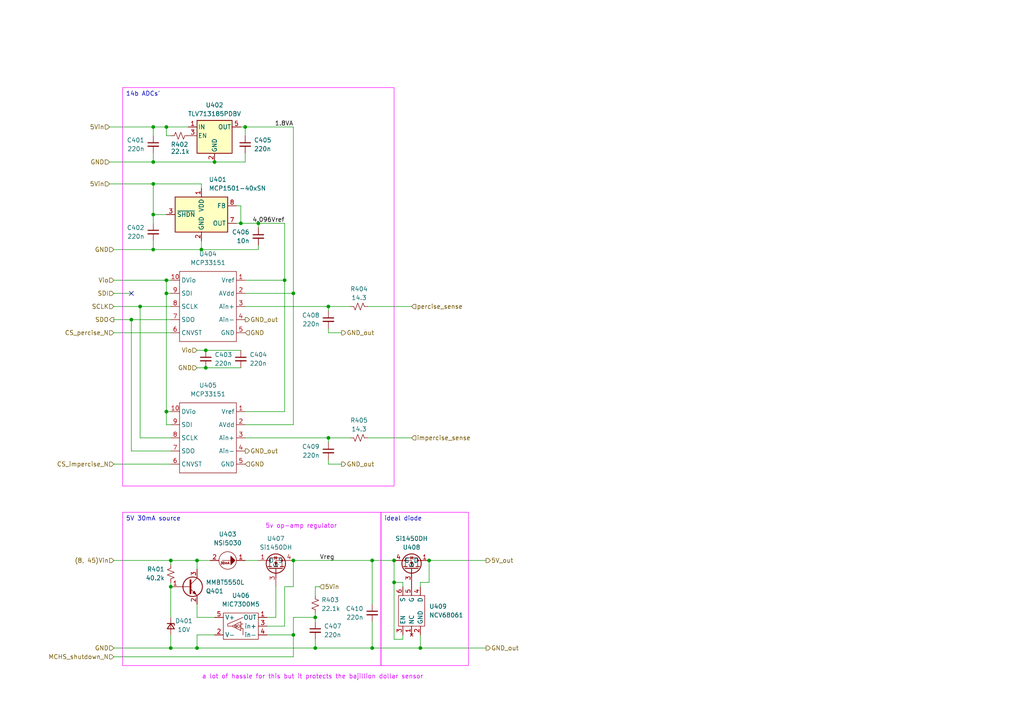
<source format=kicad_sch>
(kicad_sch (version 20250114) (generator "eeschema") (generator_version "9.0")
  (paper "A4")
  (title_block (title "BeeMS Master Board (A)") (rev "1.1") (company "UTA Racing") (comment 1 "Files at github.com/Gregification/BeeMS"))
  (lib_symbols
    (symbol "Device:C_Small" (pin_numbers (hide yes)) (pin_names (offset 0.254) (hide yes))
      (property "Reference" "C" (at 0.254 1.778 0))
      (property "Value" "C_Small" (at 0.254 -2.032 0))
      (symbol "C_Small_0_1"
        (polyline (pts (xy -1.524 0.508) (xy 1.524 0.508)) (stroke (width 0.3048)))
        (polyline (pts (xy -1.524 -0.508) (xy 1.524 -0.508)) (stroke (width 0.3302)))
      )
      (symbol "C_Small_1_1"
        (pin passive line (at 0 2.54 270) (length 2.032) (name "~") (number "1"))
        (pin passive line (at 0 -2.54 90) (length 2.032) (name "~") (number "2"))
      )
    )
    (symbol "Device:D_Zener_Small" (pin_numbers (hide yes)) (pin_names (offset 0.254) (hide yes))
      (property "Reference" "D" (at 0 2.286 0))
      (property "Value" "D_Zener_Small" (at 0 -2.286 0))
      (symbol "D_Zener_Small_0_1"
        (polyline (pts (xy -0.254 1.016) (xy -0.762 1.016) (xy -0.762 -1.016)) (stroke (width 0.254)))
        (polyline (pts (xy 0.762 1.016) (xy -0.762 0) (xy 0.762 -1.016) (xy 0.762 1.016)) (stroke (width 0.254)))
        (polyline (pts (xy 0.762 0) (xy -0.762 0)))
      )
      (symbol "D_Zener_Small_1_1"
        (pin passive line (at -2.54 0 0) (length 1.778) (name "K") (number "1"))
        (pin passive line (at 2.54 0 180) (length 1.778) (name "A") (number "2"))
      )
    )
    (symbol "Device:R_Small_US" (pin_numbers (hide yes)) (pin_names (offset 0.254) (hide yes))
      (property "Reference" "R" (at 0.762 0.508 0))
      (property "Value" "R_Small_US" (at 0.762 -1.016 0))
      (symbol "R_Small_US_1_1"
        (polyline (pts (xy 0 1.524) (xy 1.016 1.143) (xy 0 0.762) (xy -1.016 0.381) (xy 0 0)))
        (polyline (pts (xy 0 0) (xy 1.016 -0.381) (xy 0 -0.762) (xy -1.016 -1.143) (xy 0 -1.524)))
        (pin passive line (at 0 2.54 270) (length 1.016) (name "~") (number "1"))
        (pin passive line (at 0 -2.54 90) (length 1.016) (name "~") (number "2"))
      )
    )
    (symbol "Reference_Voltage:MCP1501-40xSN"
      (property "Reference" "U" (at -5.08 6.35 0))
      (property "Value" "MCP1501-40xSN" (at 11.43 6.35 0))
      (symbol "MCP1501-40xSN_0_0"
        (pin input line (at -10.16 0 0) (length 2.54) (name "~{SHDN}") (number "3"))
        (pin power_in line (at 0 7.62 270) (length 2.54) (name "VDD") (number "1"))
        (pin power_in line (at 0 -7.62 90) (length 2.54) (name "GND") (number "2"))
        (pin passive line (at 0 -7.62 90) (length 2.54) (hide yes) (name "GND") (number "4"))
        (pin passive line (at 0 -7.62 90) (length 2.54) (hide yes) (name "GND") (number "5"))
        (pin passive line (at 0 -7.62 90) (length 2.54) (hide yes) (name "GND") (number "6"))
        (pin input line (at 10.16 2.54 180) (length 2.54) (name "FB") (number "8"))
        (pin power_out line (at 10.16 -2.54 180) (length 2.54) (name "OUT") (number "7"))
      )
      (symbol "MCP1501-40xSN_0_1"
        (rectangle (start -7.62 5.08) (end 7.62 -5.08) (stroke (width 0.254)) (fill (type background)))
      )
    )
    (symbol "Regulator_Linear:TLV713185PDBV" (pin_names (offset 0.254))
      (property "Reference" "U" (at -3.81 5.715 0))
      (property "Value" "TLV713185PDBV" (at 0 5.715 0))
      (symbol "TLV713185PDBV_0_1"
        (rectangle (start -5.08 4.445) (end 5.08 -5.08) (stroke (width 0.254)) (fill (type background)))
      )
      (symbol "TLV713185PDBV_1_1"
        (pin power_in line (at -7.62 2.54 0) (length 2.54) (name "IN") (number "1"))
        (pin input line (at -7.62 0 0) (length 2.54) (name "EN") (number "3"))
        (pin power_in line (at 0 -7.62 90) (length 2.54) (name "GND") (number "2"))
        (pin no_connect line (at 5.08 0 180) (length 2.54) (hide yes) (name "NC") (number "4"))
        (pin power_out line (at 7.62 2.54 180) (length 2.54) (name "OUT") (number "5"))
      )
    )
    (symbol "Transistor_BJT:MMBT5550L" (pin_names (offset 0) (hide yes))
      (property "Reference" "Q" (at 5.08 1.905 0))
      (property "Value" "MMBT5550L" (at 5.08 0 0))
      (symbol "MMBT5550L_0_1"
        (polyline (pts (xy -2.54 0) (xy 0.635 0)))
        (polyline (pts (xy 0.635 1.905) (xy 0.635 -1.905)) (stroke (width 0.508)))
        (circle (center 1.27 0) (radius 2.8194) (stroke (width 0.254)))
      )
      (symbol "MMBT5550L_1_1"
        (polyline (pts (xy 0.635 0.635) (xy 2.54 2.54)))
        (polyline (pts (xy 0.635 -0.635) (xy 2.54 -2.54)))
        (polyline (pts (xy 1.27 -1.778) (xy 1.778 -1.27) (xy 2.286 -2.286) (xy 1.27 -1.778)) (fill (type outline)))
        (pin input line (at -5.08 0 0) (length 2.54) (name "B") (number "1"))
        (pin passive line (at 2.54 5.08 270) (length 2.54) (name "C") (number "3"))
        (pin passive line (at 2.54 -5.08 90) (length 2.54) (name "E") (number "2"))
      )
    )
    (symbol "zzLocalLibrary:MCP33151/41"
      (property "Reference" "U" (at 8.382 3.81 0))
      (property "Value" "MCP33151" (at 8.382 1.524 0))
      (symbol "MCP33151/41_0_1"
        (rectangle (start 0 0) (end 16.51 -20.32))
      )
      (symbol "MCP33151/41_1_1"
        (pin input line (at -2.54 -2.54 0) (length 2.54) (name "Vref") (number "1"))
        (pin input line (at -2.54 -6.35 0) (length 2.54) (name "AVdd") (number "2"))
        (pin input line (at -2.54 -10.16 0) (length 2.54) (name "Ain+") (number "3"))
        (pin input line (at -2.54 -13.97 0) (length 2.54) (name "Ain-") (number "4"))
        (pin input line (at -2.54 -17.78 0) (length 2.54) (name "GND") (number "5"))
        (pin input line (at 19.05 -2.54 180) (length 2.54) (name "DVio") (number "10"))
        (pin input line (at 19.05 -6.35 180) (length 2.54) (name "SDI") (number "9"))
        (pin input line (at 19.05 -10.16 180) (length 2.54) (name "SCLK") (number "8"))
        (pin input line (at 19.05 -13.97 180) (length 2.54) (name "SDO") (number "7"))
        (pin input line (at 19.05 -17.78 180) (length 2.54) (name "CNVST") (number "6"))
      )
    )
    (symbol "zzLocalLibrary:MIC7300M5"
      (property "Reference" "U" (at 0 7.112 0))
      (property "Value" "MIC7300M5" (at 0 5.08 0))
      (symbol "MIC7300M5_0_1"
        (rectangle (start -5.08 3.81) (end 5.08 -3.81))
        (polyline (pts (xy -0.635 -2.54) (xy -0.635 -0.635) (xy 0 -0.635) (xy 0 0) (xy 0 0.635) (xy -0.635 0.635)))
        (polyline (pts (xy 0 1.27) (xy 0 -1.27) (xy 2.54 0) (xy 0 1.27) (xy 2.54 0)))
        (circle (center 0.635 0) (radius 0.381))
        (polyline (pts (xy 1.27 0.254) (xy 1.27 -0.508)))
        (circle (center 1.524 0) (radius 0.254))
        (polyline (pts (xy 2.54 0) (xy 3.81 0) (xy 3.81 0.635) (xy -0.635 2.54)))
      )
      (symbol "MIC7300M5_1_1"
        (pin output line (at -7.62 2.54 0) (length 2.54) (name "OUT") (number "1"))
        (pin input line (at -7.62 0 0) (length 2.54) (name "in+") (number "3"))
        (pin input line (at -7.62 -2.54 0) (length 2.54) (name "in-") (number "4"))
        (pin power_in line (at 7.62 2.54 180) (length 2.54) (name "V+") (number "5"))
        (pin power_in line (at 7.62 -2.54 180) (length 2.54) (name "V-") (number "2"))
      )
    )
    (symbol "zzLocalLibrary:NCV68061"
      (property "Reference" "U" (at -0.254 7.112 0))
      (property "Value" "NCV68061" (at -0.254 5.334 0))
      (symbol "NCV68061_0_1"
        (rectangle (start -5.08 3.81) (end 3.81 -3.81))
      )
      (symbol "NCV68061_1_1"
        (pin input line (at -7.62 2.54 0) (length 2.54) (name "EN") (number "3"))
        (pin no_connect line (at -7.62 0 0) (length 2.54) (name "NC") (number "1"))
        (pin input line (at -7.62 -2.54 0) (length 2.54) (name "GND") (number "2"))
        (pin input line (at 6.35 2.54 180) (length 2.54) (name "S") (number "6"))
        (pin input line (at 6.35 0 180) (length 2.54) (name "G") (number "5"))
        (pin input line (at 6.35 -2.54 180) (length 2.54) (name "D") (number "4"))
      )
    )
    (symbol "zzLocalLibrary:NSI45030"
      (property "Reference" "U" (at 0 5.08 0))
      (property "Value" "NSI5030" (at 0 0 0))
      (symbol "NSI45030_0_1"
        (circle (center 0 0) (radius 2.54))
        (polyline (pts (xy 1.651 0) (xy -2.159 0) (xy -0.889 1.27) (xy -0.889 -1.27) (xy -2.159 0)) (fill (type outline)))
      )
      (symbol "NSI45030_1_1"
        (text "30mA" (at 0.762 0.762 0) (effects (font (size 0.635 0.635))))
        (pin power_out line (at -5.08 0 0) (length 2.54) (name "") (number "1"))
        (pin power_in line (at 5.08 0 180) (length 2.54) (name "") (number "2"))
      )
    )
    (symbol "zzLocalLibrary:Si1480DH"
      (property "Reference" "U" (at 0 0 0))
      (property "Value" "Si1450DH" (at 0 0 0))
      (symbol "Si1480DH_0_1"
        (polyline (pts (xy -2.54 -3.81) (xy -1.778 -3.81)))
        (polyline (pts (xy -2.286 -5.588) (xy -1.27 -5.588)) (stroke (width 0.254)))
        (polyline (pts (xy -1.905 -6.096) (xy 1.905 -6.096)) (stroke (width 0.254)))
        (circle (center -1.778 -3.81) (radius 0.254) (fill (type outline)))
        (polyline (pts (xy -0.508 -3.556) (xy -0.381 -3.429) (xy -0.381 -2.667) (xy -0.254 -2.54)))
        (polyline (pts (xy -0.508 -5.588) (xy 0.508 -5.588)) (stroke (width 0.254)))
        (polyline (pts (xy -0.381 -3.048) (xy 0.254 -3.429) (xy 0.254 -2.667) (xy -0.381 -3.048)))
        (circle (center 0 -4.699) (radius 2.794) (stroke (width 0.254)))
        (polyline (pts (xy 0 -5.334) (xy -0.381 -4.318) (xy 0.381 -4.318) (xy 0 -5.334)) (fill (type outline)))
        (polyline (pts (xy 0 -6.096) (xy 0 -8.89)))
        (polyline (pts (xy 1.27 -5.588) (xy 2.286 -5.588)) (stroke (width 0.254)))
        (circle (center 1.778 -3.81) (radius 0.254) (fill (type outline)))
        (polyline (pts (xy 1.778 -5.588) (xy 1.778 -3.048) (xy -1.778 -3.048) (xy -1.778 -5.588)))
        (polyline (pts (xy 2.54 -3.81) (xy 0 -3.81) (xy 0 -5.588)))
      )
      (symbol "Si1480DH_1_1"
        (pin passive line (at -5.08 -3.81 0) (length 2.54) (name "D") (number "1"))
        (pin passive line (at -5.08 -3.81 0) (length 2.54) (hide yes) (name "D") (number "2"))
        (pin passive line (at -5.08 -3.81 0) (length 2.54) (hide yes) (name "D") (number "5"))
        (pin passive line (at -5.08 -3.81 0) (length 2.54) (hide yes) (name "D") (number "6"))
        (pin input line (at 0 -11.43 90) (length 5.08) (name "G") (number "3"))
        (pin passive line (at 5.08 -3.81 180) (length 2.54) (name "S") (number "4"))
      )
    )
  )
  (text "a lot of hassle for this but it protects the bajillion dollar sensor" (at 90.678 196.342 0) (effects (font (size 1.27 1.27))))
  (text "5v op-amp regulator" (at 87.376 152.654 0) (effects (font (size 1.27 1.27))))
  (text_box "5V 30mA source" (at 35.56 148.59 0) (size 74.93 44.45) (margins 0.9525 0.9525 0.9525 0.9525) (stroke (width 0) (color 255 0 255 1)) (effects (font (size 1.27 1.27)) (justify left top)))
  (text_box "14b ADCs'" (at 35.56 25.4 0) (size 78.74 115.57) (margins 0.9525 0.9525 0.9525 0.9525) (stroke (width 0) (color 255 0 255 1)) (effects (font (size 1.27 1.27)) (justify left top)))
  (text_box "ideal diode" (at 110.49 148.59 0) (size 25.4 44.45) (margins 0.9525 0.9525 0.9525 0.9525) (stroke (width 0) (color 255 0 255 1)) (effects (font (size 1.27 1.27)) (justify left top)))
  (junction (at 74.93 64.77))
  (junction (at 114.3 162.56))
  (junction (at 44.45 46.99))
  (junction (at 44.45 72.39))
  (junction (at 62.23 46.99))
  (junction (at 59.69 106.68))
  (junction (at 48.26 119.38))
  (junction (at 95.25 127))
  (junction (at 121.92 187.96))
  (junction (at 95.25 88.9))
  (junction (at 85.09 85.09))
  (junction (at 91.44 179.07))
  (junction (at 107.95 187.96))
  (junction (at 38.1 92.71))
  (junction (at 59.69 101.6))
  (junction (at 40.64 88.9))
  (junction (at 114.3 168.91))
  (junction (at 85.09 184.15))
  (junction (at 49.53 187.96))
  (junction (at 82.55 81.28))
  (junction (at 85.09 162.56))
  (junction (at 58.42 72.39))
  (junction (at 48.26 36.83))
  (junction (at 124.46 162.56))
  (junction (at 57.15 187.96))
  (junction (at 44.45 62.23))
  (junction (at 49.53 162.56))
  (junction (at 48.26 85.09))
  (junction (at 69.85 64.77))
  (junction (at 71.12 36.83))
  (junction (at 49.53 170.18))
  (junction (at 44.45 53.34))
  (junction (at 44.45 36.83))
  (junction (at 48.26 81.28))
  (junction (at 91.44 187.96))
  (junction (at 107.95 162.56))
  (junction (at 57.15 162.56))
  (no_connect (at 38.1 85.09))
  (wire (pts (xy 82.55 119.38) (xy 82.55 81.28)))
  (wire (pts (xy 49.53 162.56) (xy 57.15 162.56)))
  (wire (pts (xy 71.12 85.09) (xy 85.09 85.09)))
  (wire (pts (xy 114.3 185.42) (xy 116.84 185.42)))
  (wire (pts (xy 85.09 184.15) (xy 77.47 184.15)))
  (wire (pts (xy 85.09 190.5) (xy 85.09 184.15)))
  (wire (pts (xy 57.15 162.56) (xy 57.15 165.1)))
  (wire (pts (xy 91.44 179.07) (xy 91.44 180.34)))
  (wire (pts (xy 49.53 184.15) (xy 49.53 187.96)))
  (wire (pts (xy 33.02 81.28) (xy 48.26 81.28)))
  (wire (pts (xy 57.15 184.15) (xy 62.23 184.15)))
  (wire (pts (xy 71.12 127) (xy 95.25 127)))
  (wire (pts (xy 95.25 90.17) (xy 95.25 88.9)))
  (wire (pts (xy 107.95 162.56) (xy 107.95 175.26)))
  (wire (pts (xy 114.3 168.91) (xy 114.3 162.56)))
  (wire (pts (xy 49.53 123.19) (xy 48.26 123.19)))
  (wire (pts (xy 71.12 81.28) (xy 82.55 81.28)))
  (wire (pts (xy 99.06 96.52) (xy 95.25 96.52)))
  (wire (pts (xy 57.15 187.96) (xy 49.53 187.96)))
  (wire (pts (xy 71.12 36.83) (xy 85.09 36.83)))
  (wire (pts (xy 121.92 170.18) (xy 121.92 168.91)))
  (wire (pts (xy 107.95 162.56) (xy 114.3 162.56)))
  (wire (pts (xy 49.53 85.09) (xy 48.26 85.09)))
  (wire (pts (xy 49.53 127) (xy 40.64 127)))
  (wire (pts (xy 116.84 168.91) (xy 114.3 168.91)))
  (wire (pts (xy 95.25 96.52) (xy 95.25 95.25)))
  (wire (pts (xy 48.26 119.38) (xy 49.53 119.38)))
  (wire (pts (xy 85.09 162.56) (xy 107.95 162.56)))
  (wire (pts (xy 80.01 179.07) (xy 77.47 179.07)))
  (wire (pts (xy 80.01 170.18) (xy 80.01 179.07)))
  (wire (pts (xy 82.55 64.77) (xy 82.55 81.28)))
  (wire (pts (xy 33.02 96.52) (xy 49.53 96.52)))
  (wire (pts (xy 38.1 92.71) (xy 49.53 92.71)))
  (wire (pts (xy 95.25 134.62) (xy 99.06 134.62)))
  (wire (pts (xy 44.45 46.99) (xy 62.23 46.99)))
  (wire (pts (xy 58.42 53.34) (xy 58.42 54.61)))
  (wire (pts (xy 71.12 36.83) (xy 69.85 36.83)))
  (wire (pts (xy 74.93 72.39) (xy 74.93 71.12)))
  (wire (pts (xy 44.45 62.23) (xy 48.26 62.23)))
  (wire (pts (xy 107.95 187.96) (xy 121.92 187.96)))
  (wire (pts (xy 49.53 39.37) (xy 48.26 39.37)))
  (wire (pts (xy 44.45 53.34) (xy 44.45 62.23)))
  (wire (pts (xy 57.15 162.56) (xy 60.96 162.56)))
  (wire (pts (xy 74.93 66.04) (xy 74.93 64.77)))
  (wire (pts (xy 95.25 128.27) (xy 95.25 127)))
  (wire (pts (xy 71.12 119.38) (xy 82.55 119.38)))
  (wire (pts (xy 33.02 190.5) (xy 85.09 190.5)))
  (wire (pts (xy 62.23 179.07) (xy 57.15 179.07)))
  (wire (pts (xy 85.09 36.83) (xy 85.09 85.09)))
  (wire (pts (xy 85.09 162.56) (xy 85.09 170.18)))
  (wire (pts (xy 95.25 134.62) (xy 95.25 133.35)))
  (wire (pts (xy 82.55 64.77) (xy 74.93 64.77)))
  (wire (pts (xy 71.12 39.37) (xy 71.12 36.83)))
  (wire (pts (xy 57.15 184.15) (xy 57.15 187.96)))
  (wire (pts (xy 91.44 177.8) (xy 91.44 179.07)))
  (wire (pts (xy 69.85 64.77) (xy 74.93 64.77)))
  (wire (pts (xy 33.02 72.39) (xy 44.45 72.39)))
  (wire (pts (xy 116.84 184.15) (xy 116.84 185.42)))
  (wire (pts (xy 59.69 106.68) (xy 69.85 106.68)))
  (wire (pts (xy 48.26 81.28) (xy 49.53 81.28)))
  (wire (pts (xy 58.42 72.39) (xy 74.93 72.39)))
  (wire (pts (xy 58.42 72.39) (xy 58.42 69.85)))
  (wire (pts (xy 68.58 64.77) (xy 69.85 64.77)))
  (wire (pts (xy 48.26 119.38) (xy 48.26 85.09)))
  (wire (pts (xy 85.09 179.07) (xy 85.09 184.15)))
  (wire (pts (xy 40.64 127) (xy 40.64 88.9)))
  (wire (pts (xy 59.69 101.6) (xy 69.85 101.6)))
  (wire (pts (xy 121.92 168.91) (xy 124.46 168.91)))
  (wire (pts (xy 101.6 88.9) (xy 95.25 88.9)))
  (wire (pts (xy 116.84 170.18) (xy 116.84 168.91)))
  (wire (pts (xy 121.92 187.96) (xy 121.92 184.15)))
  (wire (pts (xy 91.44 187.96) (xy 107.95 187.96)))
  (wire (pts (xy 33.02 88.9) (xy 40.64 88.9)))
  (wire (pts (xy 91.44 170.18) (xy 91.44 172.72)))
  (wire (pts (xy 69.85 59.69) (xy 69.85 64.77)))
  (wire (pts (xy 91.44 170.18) (xy 92.71 170.18)))
  (wire (pts (xy 85.09 179.07) (xy 91.44 179.07)))
  (wire (pts (xy 71.12 46.99) (xy 71.12 44.45)))
  (wire (pts (xy 114.3 168.91) (xy 114.3 185.42)))
  (wire (pts (xy 85.09 85.09) (xy 85.09 123.19)))
  (wire (pts (xy 33.02 85.09) (xy 38.1 85.09)))
  (wire (pts (xy 54.61 36.83) (xy 48.26 36.83)))
  (wire (pts (xy 48.26 81.28) (xy 48.26 85.09)))
  (wire (pts (xy 40.64 88.9) (xy 49.53 88.9)))
  (wire (pts (xy 49.53 130.81) (xy 38.1 130.81)))
  (wire (pts (xy 49.53 170.18) (xy 49.53 179.07)))
  (wire (pts (xy 33.02 92.71) (xy 38.1 92.71)))
  (wire (pts (xy 57.15 187.96) (xy 91.44 187.96)))
  (wire (pts (xy 62.23 46.99) (xy 71.12 46.99)))
  (wire (pts (xy 57.15 106.68) (xy 59.69 106.68)))
  (wire (pts (xy 44.45 62.23) (xy 44.45 64.77)))
  (wire (pts (xy 31.75 36.83) (xy 44.45 36.83)))
  (wire (pts (xy 91.44 185.42) (xy 91.44 187.96)))
  (wire (pts (xy 107.95 180.34) (xy 107.95 187.96)))
  (wire (pts (xy 57.15 179.07) (xy 57.15 175.26)))
  (wire (pts (xy 71.12 162.56) (xy 74.93 162.56)))
  (wire (pts (xy 71.12 123.19) (xy 85.09 123.19)))
  (wire (pts (xy 69.85 59.69) (xy 68.58 59.69)))
  (wire (pts (xy 124.46 168.91) (xy 124.46 162.56)))
  (wire (pts (xy 44.45 36.83) (xy 44.45 39.37)))
  (wire (pts (xy 44.45 44.45) (xy 44.45 46.99)))
  (wire (pts (xy 48.26 39.37) (xy 48.26 36.83)))
  (wire (pts (xy 44.45 53.34) (xy 58.42 53.34)))
  (wire (pts (xy 57.15 101.6) (xy 59.69 101.6)))
  (wire (pts (xy 121.92 187.96) (xy 140.97 187.96)))
  (wire (pts (xy 95.25 127) (xy 101.6 127)))
  (wire (pts (xy 44.45 36.83) (xy 48.26 36.83)))
  (wire (pts (xy 33.02 187.96) (xy 49.53 187.96)))
  (wire (pts (xy 82.55 181.61) (xy 82.55 170.18)))
  (wire (pts (xy 44.45 72.39) (xy 58.42 72.39)))
  (wire (pts (xy 106.68 127) (xy 119.38 127)))
  (wire (pts (xy 124.46 162.56) (xy 140.97 162.56)))
  (wire (pts (xy 33.02 162.56) (xy 49.53 162.56)))
  (wire (pts (xy 44.45 69.85) (xy 44.45 72.39)))
  (wire (pts (xy 38.1 92.71) (xy 38.1 130.81)))
  (wire (pts (xy 49.53 168.91) (xy 49.53 170.18)))
  (wire (pts (xy 33.02 134.62) (xy 49.53 134.62)))
  (wire (pts (xy 82.55 170.18) (xy 85.09 170.18)))
  (wire (pts (xy 31.75 46.99) (xy 44.45 46.99)))
  (wire (pts (xy 49.53 163.83) (xy 49.53 162.56)))
  (wire (pts (xy 119.38 88.9) (xy 106.68 88.9)))
  (wire (pts (xy 31.75 53.34) (xy 44.45 53.34)))
  (wire (pts (xy 77.47 181.61) (xy 82.55 181.61)))
  (wire (pts (xy 71.12 88.9) (xy 95.25 88.9)))
  (wire (pts (xy 48.26 123.19) (xy 48.26 119.38)))
  (label "1.8VA" (at 85.09 36.83 180) (effects (font (thickness 0.1588))))
  (label "Vreg" (at 92.71 162.56 0))
  (label "4.096Vref" (at 82.55 64.77 180) (effects (font (thickness 0.1588))))
  (hierarchical_label "Vio" (shape input) (at 33.02 81.28 180) (effects (font (thickness 0.1588))))
  (hierarchical_label "CS_impercise_N" (shape input) (at 33.02 134.62 180) (effects (font (thickness 0.1588))))
  (hierarchical_label "GND" (shape input) (at 71.12 96.52 0) (effects (font (thickness 0.1588))))
  (hierarchical_label "GND_out" (shape output) (at 71.12 92.71 0) (effects (font (thickness 0.1588))))
  (hierarchical_label "GND" (shape input) (at 31.75 46.99 180) (effects (font (thickness 0.1588))))
  (hierarchical_label "impercise_sense" (shape input) (at 119.38 127 0) (effects (font (thickness 0.1588))))
  (hierarchical_label "GND" (shape input) (at 71.12 134.62 0) (effects (font (thickness 0.1588))))
  (hierarchical_label "GND" (shape input) (at 33.02 187.96 180) (effects (font (thickness 0.1588))))
  (hierarchical_label "GND" (shape input) (at 57.15 106.68 180) (effects (font (thickness 0.1588))))
  (hierarchical_label "(8, 45)Vin" (shape input) (at 33.02 162.56 180) (effects (font (thickness 0.1588))))
  (hierarchical_label "5Vin" (shape input) (at 31.75 53.34 180) (effects (font (thickness 0.1588))))
  (hierarchical_label "5Vin" (shape input) (at 92.71 170.18 0) (effects (font (thickness 0.1588))))
  (hierarchical_label "GND_out" (shape output) (at 71.12 130.81 0) (effects (font (thickness 0.1588))))
  (hierarchical_label "5Vin" (shape input) (at 31.75 36.83 180) (effects (font (thickness 0.1588))))
  (hierarchical_label "GND_out" (shape output) (at 99.06 96.52 0) (effects (font (thickness 0.1588))))
  (hierarchical_label "MCHS_shutdown_N" (shape input) (at 33.02 190.5 180))
  (hierarchical_label "GND_out" (shape output) (at 99.06 134.62 0) (effects (font (thickness 0.1588))))
  (hierarchical_label "GND_out" (shape output) (at 140.97 187.96 0) (effects (font (thickness 0.1588))))
  (hierarchical_label "SDO" (shape output) (at 33.02 92.71 180) (effects (font (thickness 0.1588))))
  (hierarchical_label "SCLK" (shape input) (at 33.02 88.9 180) (effects (font (thickness 0.1588))))
  (hierarchical_label "GND" (shape input) (at 33.02 72.39 180) (effects (font (thickness 0.1588))))
  (hierarchical_label "5V_out" (shape output) (at 140.97 162.56 0) (effects (font (thickness 0.1588))))
  (hierarchical_label "CS_percise_N" (shape input) (at 33.02 96.52 180) (effects (font (thickness 0.1588))))
  (hierarchical_label "percise_sense" (shape input) (at 119.38 88.9 0) (effects (font (thickness 0.1588))))
  (hierarchical_label "SDI" (shape input) (at 33.02 85.09 180) (effects (font (thickness 0.1588))))
  (hierarchical_label "Vio" (shape input) (at 57.15 101.6 180) (effects (font (thickness 0.1588))))
  (symbol (lib_id "zzLocalLibrary:MIC7300M5") (at 69.85 181.61 0) (mirror y) (unit 1)
    (property "Reference" "U406" (at 69.85 172.72 0))
    (property "Value" "MIC7300M5" (at 69.85 175.26 0))
    (property "Footprint" "Package_TO_SOT_SMD:TSOT-23-5" (effects (hide yes)))
    (property "Datasheet" "https://www.mouser.com/datasheet/3/282/1/MIC7300_High_Output_Drive_Rail_to_Rail_Op_Amp_DS20006305A.pdf" (effects (hide yes)))
    (property "Description" "opamp" (effects (hide yes)))
    (property "specs" "(2.2,10)V+ work, 12V+ abs, 9mV ofs, 80mA out, 550kHz gbp, 500mV/us" (effects (hide yes)))
    (property "mouser" "https://www.mouser.com/ProductDetail/Microchip-Technology/MIC7300YM5-TR?qs=Y3Q3JoKAO1R4Ztvs%2FMaVCw%3D%3D" (effects (hide yes)))
    (property "unit x25" "0.33" (effects (hide yes)))
    (property "unit x1" "0.42" (effects (hide yes)))
  )
  (symbol (lib_id "Transistor_BJT:MMBT5550L") (at 54.61 170.18 0) (unit 1)
    (property "Reference" "Q401" (at 59.69 171.4499 0) (effects (justify left)))
    (property "Value" "MMBT5550L" (at 59.69 168.9099 0) (effects (justify left)))
    (property "Footprint" "Package_TO_SOT_SMD:SOT-23" (effects (hide yes)))
    (property "Datasheet" "www.onsemi.com/pub/Collateral/MMBT5550LT1-D.PDF" (effects (hide yes)))
    (property "Description" "0.6A Ic, 140V Vce, NPN Transistor, SOT-23" (effects (hide yes)))
    (property "mouser" "https://www.mouser.com/ProductDetail/onsemi/MMBT5550LT1G?qs=R2UZ7gjkEjKW3fmkaqXxTw%3D%3D" (effects (hide yes)))
    (property "unit x10" "0.087" (effects (hide yes)))
    (property "unit x1" "0.14" (effects (hide yes)))
  )
  (symbol (lib_id "Device:R_Small_US") (at 49.53 166.37 0) (mirror x) (unit 1)
    (property "Reference" "R401" (at 47.752 165.1 0) (effects (justify right)))
    (property "Value" "40.2k" (at 47.752 167.64 0) (effects (justify right)))
    (property "Footprint" "Resistor_SMD:R_0805_2012Metric_Pad1.20x1.40mm_HandSolder" (effects (hide yes)))
    (property "Description" "Resistor, US symbol" (effects (hide yes)))
    (property "mouser" "https://www.mouser.com/ProductDetail/KOA-Speer/RK73H2ATTD4022F?qs=sGAEpiMZZMvdGkrng054txknJuA7M8fa4wn7EqIHwNI%3D" (effects (hide yes)))
    (property "specs" "40.2k ohm, 250mW, 1%, 150V, 100ppm, -55C, +155C" (effects (hide yes)))
    (property "unit x10" "0.02" (effects (hide yes)))
    (property "unit x1" "0.1" (effects (hide yes)))
  )
  (symbol (lib_id "Device:C_Small") (at 95.25 130.81 0) (mirror y) (unit 1)
    (property "Reference" "C409" (at 92.71 129.5462 0) (effects (justify left)))
    (property "Value" "220n" (at 92.71 132.0862 0) (effects (justify left)))
    (property "Footprint" "Capacitor_SMD:C_0805_2012Metric_Pad1.18x1.45mm_HandSolder" (effects (hide yes)))
    (property "Datasheet" "https://www.mouser.com/ProductDetail/Samsung-Electro-Mechanics/CL31B224KBFNNNF?qs=sGAEpiMZZMsh%252B1woXyUXj7iNKXiFkBmw7C%252BUlKpuDJ8%3D" (effects (hide yes)))
    (property "mouser" "https://www.mouser.com/ProductDetail/Samsung-Electro-Mechanics/CL21B224KCFSFNE?qs=664zcAxDQ0l4Y1eUk6Zc1g%3D%3D" (effects (hide yes)))
    (property "specs" "100VDC, X7R, 10%, -55C, +125C, 220nF" (effects (hide yes)))
    (property "unit x10" "0.054" (effects (hide yes)))
  )
  (symbol (lib_id "Regulator_Linear:TLV713185PDBV") (at 62.23 39.37 0) (unit 1)
    (property "Reference" "U402" (at 62.23 30.48 0))
    (property "Value" "TLV713185PDBV" (at 62.23 33.02 0))
    (property "Footprint" "Package_TO_SOT_SMD:SOT-23-5" (effects (hide yes)))
    (property "Datasheet" "http://www.ti.com/lit/ds/symlink/tlv713p.pdf" (effects (hide yes)))
    (property "Description" "150mA Low Dropout Voltage Regulator, Fixed Output 1.8V, SOT-23-5" (effects (hide yes)))
    (property "specs" "150mA, 1.8Vout, (1.8, 5.5)V" (effects (hide yes)))
    (property "mouser" "https://www.mouser.com/ProductDetail/Texas-Instruments/TLV71318PDBVR?qs=FBI%252BX3tnPf2JFMR6O3e0EQ%3D%3D&srsltid=AfmBOop8EVcvCAtizR-cGv0AetpKxA6Lgrt-3yc9r7OyfzWLRQ06Mjk2" (effects (hide yes)))
    (property "unit x10" "0.189" (effects (hide yes)))
    (property "unit x1" "0.27" (effects (hide yes)))
  )
  (symbol (lib_id "Device:C_Small") (at 91.44 182.88 0) (unit 1)
    (property "Reference" "C407" (at 93.98 181.6162 0) (effects (justify left)))
    (property "Value" "220n" (at 93.98 184.1562 0) (effects (justify left)))
    (property "Footprint" "Capacitor_SMD:C_0805_2012Metric_Pad1.18x1.45mm_HandSolder" (effects (hide yes)))
    (property "Datasheet" "https://www.mouser.com/ProductDetail/Samsung-Electro-Mechanics/CL31B224KBFNNNF?qs=sGAEpiMZZMsh%252B1woXyUXj7iNKXiFkBmw7C%252BUlKpuDJ8%3D" (effects (hide yes)))
    (property "mouser" "https://www.mouser.com/ProductDetail/Samsung-Electro-Mechanics/CL21B224KCFSFNE?qs=664zcAxDQ0l4Y1eUk6Zc1g%3D%3D" (effects (hide yes)))
    (property "specs" "100VDC, X7R, 10%, -55C, +125C, 220nF" (effects (hide yes)))
    (property "unit x10" "0.054" (effects (hide yes)))
    (property "unit x1" "0.054" (effects (hide yes)))
  )
  (symbol (lib_id "Device:C_Small") (at 44.45 41.91 0) (mirror y) (unit 1)
    (property "Reference" "C401" (at 41.91 40.6462 0) (effects (justify left)))
    (property "Value" "220n" (at 41.91 43.1862 0) (effects (justify left)))
    (property "Footprint" "Capacitor_SMD:C_0805_2012Metric_Pad1.18x1.45mm_HandSolder" (effects (hide yes)))
    (property "Datasheet" "https://www.mouser.com/ProductDetail/Samsung-Electro-Mechanics/CL31B224KBFNNNF?qs=sGAEpiMZZMsh%252B1woXyUXj7iNKXiFkBmw7C%252BUlKpuDJ8%3D" (effects (hide yes)))
    (property "mouser" "https://www.mouser.com/ProductDetail/Samsung-Electro-Mechanics/CL21B224KCFSFNE?qs=664zcAxDQ0l4Y1eUk6Zc1g%3D%3D" (effects (hide yes)))
    (property "specs" "100VDC, X7R, 10%, -55C, +125C, 220nF" (effects (hide yes)))
    (property "unit x10" "0.054" (effects (hide yes)))
  )
  (symbol (lib_id "Device:R_Small_US") (at 91.44 175.26 180) (unit 1)
    (property "Reference" "R403" (at 93.218 173.99 0) (effects (justify right)))
    (property "Value" "22.1k" (at 93.218 176.53 0) (effects (justify right)))
    (property "Footprint" "Resistor_SMD:R_0805_2012Metric_Pad1.20x1.40mm_HandSolder" (effects (hide yes)))
    (property "Description" "Resistor, US symbol" (effects (hide yes)))
    (property "mouser" "https://www.mouser.com/ProductDetail/YAGEO/AC0805FR-0722K1L?qs=sGAEpiMZZMvdGkrng054txZnKwhPFOhA%2Fb1BRlUBP24%3D" (effects (hide yes)))
    (property "specs" "22.1kR, 1%, 125mW, 150V, 100ppm, -55C, +155C" (effects (hide yes)))
    (property "unit x10" "0.011" (effects (hide yes)))
    (property "unit x1" "0.10" (effects (hide yes)))
  )
  (symbol (lib_id "Device:C_Small") (at 71.12 41.91 0) (unit 1)
    (property "Reference" "C405" (at 73.66 40.6462 0) (effects (justify left)))
    (property "Value" "220n" (at 73.66 43.1862 0) (effects (justify left)))
    (property "Footprint" "Capacitor_SMD:C_0805_2012Metric_Pad1.18x1.45mm_HandSolder" (effects (hide yes)))
    (property "Datasheet" "https://www.mouser.com/ProductDetail/Samsung-Electro-Mechanics/CL31B224KBFNNNF?qs=sGAEpiMZZMsh%252B1woXyUXj7iNKXiFkBmw7C%252BUlKpuDJ8%3D" (effects (hide yes)))
    (property "mouser" "https://www.mouser.com/ProductDetail/Samsung-Electro-Mechanics/CL21B224KCFSFNE?qs=664zcAxDQ0l4Y1eUk6Zc1g%3D%3D" (effects (hide yes)))
    (property "specs" "100VDC, X7R, 10%, -55C, +125C, 220nF" (effects (hide yes)))
    (property "unit x10" "0.054" (effects (hide yes)))
    (property "unit x1" "0.054" (effects (hide yes)))
  )
  (symbol (lib_id "Device:R_Small_US") (at 104.14 127 270) (mirror x) (unit 1)
    (property "Reference" "R405" (at 104.14 121.92 90))
    (property "Value" "14.3" (at 104.14 124.46 90))
    (property "Footprint" "Resistor_SMD:R_0805_2012Metric_Pad1.20x1.40mm_HandSolder" (effects (hide yes)))
    (property "Description" "Resistor, US symbol" (effects (hide yes)))
    (property "mouser" "https://www.mouser.com/ProductDetail/KOA-Speer/RK73H2ATTD14R3F?qs=sGAEpiMZZMvdGkrng054tzl5geC4ftCS2xF%2Fs66%2F7iY%3D" (effects (hide yes)))
    (property "specs" "14.3R, 250mW, 1%, 100ppm, 150V, -55C, +155C" (effects (hide yes)))
    (property "unit x1" "0.10" (effects (hide yes)))
    (property "unit x10" "0.02" (effects (hide yes)))
  )
  (symbol (lib_id "zzLocalLibrary:NCV68061") (at 119.38 176.53 90) (unit 1)
    (property "Reference" "U409" (at 124.46 175.8949 90) (effects (justify right)))
    (property "Value" "NCV68061" (at 124.46 178.4349 90) (effects (justify right)))
    (property "Footprint" "Package_TO_SOT_SMD:TSOT-23-6" (effects (hide yes)))
    (property "Datasheet" "https://www.mouser.com/datasheet/3/101/1/NCV68061-D.PDF" (effects (hide yes)))
    (property "mouser" "https://www.mouser.com/ProductDetail/onsemi/NCV68061SNAIT1G?qs=doiCPypUmgHn1VQ7KpkgdQ%3D%3D" (effects (hide yes)))
    (property "unit x10" "0.59" (effects (hide yes)))
    (property "unit x1" "0.83" (effects (hide yes)))
  )
  (symbol (lib_id "Reference_Voltage:MCP1501-40xSN") (at 58.42 62.23 0) (unit 1)
    (property "Reference" "U401" (at 60.5633 52.07 0) (effects (justify left)))
    (property "Value" "MCP1501-40xSN" (at 60.5633 54.61 0) (effects (justify left)))
    (property "Footprint" "Package_SO:SOIC-8_3.9x4.9mm_P1.27mm" (effects (hide yes)))
    (property "Datasheet" "http://ww1.microchip.com/downloads/en/DeviceDoc/20005474E.pdf" (effects (hide yes)))
    (property "Description" "4.096V, 0.1%, 20mA, Precision Voltage Reference, SOIC-8" (effects (hide yes)))
    (property "mouser " "https://www.mouser.com/ProductDetail/Microchip-Technology/MCP1501T-40E-SN?qs=BA62vJVifGrdkKBGEAROIQ%3D%3D" (effects (hide yes)))
    (property "unit x25" "0.65" (effects (hide yes)))
    (property "unit x1" "0.78" (effects (hide yes)))
  )
  (symbol (lib_id "zzLocalLibrary:NSI45030") (at 66.04 162.56 180) (unit 1)
    (property "Reference" "U403" (at 66.04 154.94 0))
    (property "Value" "NSI5030" (at 66.04 157.48 0))
    (property "Footprint" "Diode_SMD:Nexperia_CFP3_SOD-123W" (effects (hide yes)))
    (property "Description" "30mA constant currrent source" (effects (hide yes)))
    (property "mouser" "https://www.mouser.com/ProductDetail/onsemi/NSI45030AT1G?qs=lYuAOLy5nvaLfRb95mVxfw%3D%3D" (effects (hide yes)))
    (property "unit x1" "0.21" (effects (hide yes)))
    (property "unit x10" "0.141" (effects (hide yes)))
    (property "unit x25" "0.125" (effects (hide yes)))
  )
  (symbol (lib_id "Device:R_Small_US") (at 52.07 39.37 90) (unit 1)
    (property "Reference" "R402" (at 49.53 41.91 90) (effects (justify right)))
    (property "Value" "22.1k" (at 49.53 43.942 90) (effects (justify right)))
    (property "Footprint" "Resistor_SMD:R_0805_2012Metric_Pad1.20x1.40mm_HandSolder" (effects (hide yes)))
    (property "Description" "Resistor, US symbol" (effects (hide yes)))
    (property "mouser" "https://www.mouser.com/ProductDetail/YAGEO/AC0805FR-0722K1L?qs=sGAEpiMZZMvdGkrng054txZnKwhPFOhA%2Fb1BRlUBP24%3D" (effects (hide yes)))
    (property "specs" "22.1kR, 1%, 125mW, 150V, 100ppm, -55C, +155C" (effects (hide yes)))
    (property "unit x10" "0.011" (effects (hide yes)))
    (property "unit x1" "0.10" (effects (hide yes)))
  )
  (symbol (lib_id "zzLocalLibrary:MCP33151/41") (at 68.58 116.84 0) (mirror y) (unit 1)
    (property "Reference" "U405" (at 60.325 111.76 0))
    (property "Value" "MCP33151" (at 60.325 114.3 0))
    (property "Footprint" "Package_SO:MSOP-10_3x3mm_P0.5mm" (effects (hide yes)))
    (property "Datasheet" "https://www.mouser.com/datasheet/3/282/1/MCP3315141-Data-Sheet-DS20006220.pdf" (effects (hide yes)))
    (property "mouser" "https://www.mouser.com/ProductDetail/Microchip-Technology/MCP33151-05T-E-MS?qs=sGAEpiMZZMtgJDuTUz7Xu52YdifX%2FxP93bBptq3svoUbXEOopEyjuA%3D%3D" (effects (hide yes)))
    (property "unit x1" "2.09" (effects (hide yes)))
    (property "unit x25" "1.75" (effects (hide yes)))
  )
  (symbol (lib_id "Device:C_Small") (at 95.25 92.71 0) (mirror y) (unit 1)
    (property "Reference" "C408" (at 92.71 91.4462 0) (effects (justify left)))
    (property "Value" "220n" (at 92.71 93.9862 0) (effects (justify left)))
    (property "Footprint" "Capacitor_SMD:C_0805_2012Metric_Pad1.18x1.45mm_HandSolder" (effects (hide yes)))
    (property "Datasheet" "https://www.mouser.com/ProductDetail/Samsung-Electro-Mechanics/CL31B224KBFNNNF?qs=sGAEpiMZZMsh%252B1woXyUXj7iNKXiFkBmw7C%252BUlKpuDJ8%3D" (effects (hide yes)))
    (property "mouser" "https://www.mouser.com/ProductDetail/Samsung-Electro-Mechanics/CL21B224KCFSFNE?qs=664zcAxDQ0l4Y1eUk6Zc1g%3D%3D" (effects (hide yes)))
    (property "specs" "100VDC, X7R, 10%, -55C, +125C, 220nF" (effects (hide yes)))
    (property "unit x10" "0.054" (effects (hide yes)))
  )
  (symbol (lib_id "Device:C_Small") (at 107.95 177.8 0) (mirror y) (unit 1)
    (property "Reference" "C410" (at 105.41 176.5362 0) (effects (justify left)))
    (property "Value" "220n" (at 105.41 179.0762 0) (effects (justify left)))
    (property "Footprint" "Capacitor_SMD:C_0805_2012Metric_Pad1.18x1.45mm_HandSolder" (effects (hide yes)))
    (property "Datasheet" "https://www.mouser.com/ProductDetail/Samsung-Electro-Mechanics/CL31B224KBFNNNF?qs=sGAEpiMZZMsh%252B1woXyUXj7iNKXiFkBmw7C%252BUlKpuDJ8%3D" (effects (hide yes)))
    (property "mouser" "https://www.mouser.com/ProductDetail/Samsung-Electro-Mechanics/CL21B224KCFSFNE?qs=664zcAxDQ0l4Y1eUk6Zc1g%3D%3D" (effects (hide yes)))
    (property "specs" "100VDC, X7R, 10%, -55C, +125C, 220nF" (effects (hide yes)))
    (property "unit x10" "0.054" (effects (hide yes)))
    (property "unit x1" "0.054" (effects (hide yes)))
  )
  (symbol (lib_id "Device:C_Small") (at 74.93 68.58 0) (mirror y) (unit 1)
    (property "Reference" "C406" (at 72.39 67.3162 0) (effects (justify left)))
    (property "Value" "10n" (at 72.39 69.8562 0) (effects (justify left)))
    (property "Footprint" "Capacitor_SMD:C_0805_2012Metric_Pad1.18x1.45mm_HandSolder" (effects (hide yes)))
    (property "mouser" "https://www.mouser.com/ProductDetail/KYOCERA-AVX/08051C103J4Z2A?qs=k4kUdCzLgS7mcJ89o4qEaA%3D%3D" (effects (hide yes)))
    (property "specs" "10nF, 5%, 100VDC, X7R, MLCC" (effects (hide yes)))
    (property "unit x10" "0.04" (effects (hide yes)))
    (property "unit x1" "0.10" (effects (hide yes)))
  )
  (symbol (lib_id "zzLocalLibrary:MCP33151/41") (at 68.58 78.74 0) (mirror y) (unit 1)
    (property "Reference" "U404" (at 60.325 73.66 0))
    (property "Value" "MCP33151" (at 60.325 76.2 0))
    (property "Footprint" "Package_SO:MSOP-10_3x3mm_P0.5mm" (effects (hide yes)))
    (property "Datasheet" "https://www.mouser.com/datasheet/3/282/1/MCP3315141-Data-Sheet-DS20006220.pdf" (effects (hide yes)))
    (property "mouser" "https://www.mouser.com/ProductDetail/Microchip-Technology/MCP33151-05T-E-MS?qs=sGAEpiMZZMtgJDuTUz7Xu52YdifX%2FxP93bBptq3svoUbXEOopEyjuA%3D%3D" (effects (hide yes)))
    (property "unit x1" "2.09" (effects (hide yes)))
    (property "unit x25" "1.75" (effects (hide yes)))
  )
  (symbol (lib_id "Device:C_Small") (at 59.69 104.14 0) (unit 1)
    (property "Reference" "C403" (at 62.23 102.8762 0) (effects (justify left)))
    (property "Value" "220n" (at 62.23 105.4162 0) (effects (justify left)))
    (property "Footprint" "Capacitor_SMD:C_0805_2012Metric_Pad1.18x1.45mm_HandSolder" (effects (hide yes)))
    (property "Datasheet" "https://www.mouser.com/ProductDetail/Samsung-Electro-Mechanics/CL31B224KBFNNNF?qs=sGAEpiMZZMsh%252B1woXyUXj7iNKXiFkBmw7C%252BUlKpuDJ8%3D" (effects (hide yes)))
    (property "mouser" "https://www.mouser.com/ProductDetail/Samsung-Electro-Mechanics/CL21B224KCFSFNE?qs=664zcAxDQ0l4Y1eUk6Zc1g%3D%3D" (effects (hide yes)))
    (property "specs" "100VDC, X7R, 10%, -55C, +125C, 220nF" (effects (hide yes)))
    (property "unit x10" "0.054" (effects (hide yes)))
  )
  (symbol (lib_id "Device:D_Zener_Small") (at 49.53 181.61 270) (unit 1)
    (property "Reference" "D401" (at 53.34 180.086 90))
    (property "Value" "10V" (at 53.34 182.626 90))
    (property "Footprint" "Diode_SMD:D_2512_6332Metric_Pad1.52x3.35mm_HandSolder" (effects (hide yes)))
    (property "Description" "10V, 500mW, 2%, 15 Ohms, -55C, +155C" (effects (hide yes)))
    (property "mouser" "https://www.mouser.com/ProductDetail/Taiwan-Semiconductor/BZY55B10-RBG?qs=mAH9sUMRCtu4NcimqnPZZw%3D%3D" (effects (hide yes)))
    (property "unit x10" "0.21" (effects (hide yes)))
    (property "unit x1" "0.31" (effects (hide yes)))
  )
  (symbol (lib_id "Device:R_Small_US") (at 104.14 88.9 270) (mirror x) (unit 1)
    (property "Reference" "R404" (at 104.14 83.82 90))
    (property "Value" "14.3" (at 104.14 86.36 90))
    (property "Footprint" "Resistor_SMD:R_0805_2012Metric_Pad1.20x1.40mm_HandSolder" (effects (hide yes)))
    (property "Description" "Resistor, US symbol" (effects (hide yes)))
    (property "mouser" "https://www.mouser.com/ProductDetail/KOA-Speer/RK73H2ATTD14R3F?qs=sGAEpiMZZMvdGkrng054tzl5geC4ftCS2xF%2Fs66%2F7iY%3D" (effects (hide yes)))
    (property "specs" "14.3R, 250mW, 1%, 100ppm, 150V, -55C, +155C" (effects (hide yes)))
    (property "unit x1" "0.10" (effects (hide yes)))
    (property "unit x10" "0.02" (effects (hide yes)))
  )
  (symbol (lib_id "Device:C_Small") (at 44.45 67.31 0) (mirror y) (unit 1)
    (property "Reference" "C402" (at 41.91 66.0462 0) (effects (justify left)))
    (property "Value" "220n" (at 41.91 68.5862 0) (effects (justify left)))
    (property "Footprint" "Capacitor_SMD:C_0805_2012Metric_Pad1.18x1.45mm_HandSolder" (effects (hide yes)))
    (property "Datasheet" "https://www.mouser.com/ProductDetail/Samsung-Electro-Mechanics/CL31B224KBFNNNF?qs=sGAEpiMZZMsh%252B1woXyUXj7iNKXiFkBmw7C%252BUlKpuDJ8%3D" (effects (hide yes)))
    (property "mouser" "https://www.mouser.com/ProductDetail/Samsung-Electro-Mechanics/CL21B224KCFSFNE?qs=664zcAxDQ0l4Y1eUk6Zc1g%3D%3D" (effects (hide yes)))
    (property "specs" "100VDC, X7R, 10%, -55C, +125C, 220nF" (effects (hide yes)))
    (property "unit x10" "0.054" (effects (hide yes)))
  )
  (symbol (lib_id "zzLocalLibrary:Si1480DH") (at 80.01 158.75 0) (unit 1)
    (property "Reference" "U407" (at 80.01 156.21 0))
    (property "Value" "Si1450DH" (at 80.01 158.75 0))
    (property "Footprint" "Package_TO_SOT_SMD:SOT-363_SC-70-6_Handsoldering" (effects (hide yes)))
    (property "Datasheet" "https://www.vishay.com/docs/67327/si1480dh.pdf" (effects (hide yes)))
    (property "specs" "2.6A cont, 200mOhm, 100Vds, +-20Vgs, -55C, +150C" (effects (hide yes)))
    (property "mouser" "https://www.mouser.com/ProductDetail/Vishay-Siliconix/SI1480DH-T1-BE3?qs=zW32dvEIR3scWOH7DHfYCg%3D%3D" (effects (hide yes)))
    (property "unit x10" "0.274" (effects (hide yes)))
    (property "unit x1" "0.34" (effects (hide yes)))
  )
  (symbol (lib_id "zzLocalLibrary:Si1480DH") (at 119.38 158.75 0) (mirror y) (unit 1)
    (property "Reference" "U408" (at 119.38 158.75 0))
    (property "Value" "Si1450DH" (at 119.38 156.21 0))
    (property "Footprint" "Package_TO_SOT_SMD:SOT-363_SC-70-6_Handsoldering" (effects (hide yes)))
    (property "Datasheet" "https://www.vishay.com/docs/67327/si1480dh.pdf" (effects (hide yes)))
    (property "specs" "2.6A cont, 200mOhm, 100Vds, +-20Vgs, -55C, +150C" (effects (hide yes)))
    (property "mouser" "https://www.mouser.com/ProductDetail/Vishay-Siliconix/SI1480DH-T1-BE3?qs=zW32dvEIR3scWOH7DHfYCg%3D%3D" (effects (hide yes)))
    (property "unit x10" "0.274" (effects (hide yes)))
    (property "unit x1" "0.34" (effects (hide yes)))
  )
  (symbol (lib_id "Device:C_Small") (at 69.85 104.14 0) (unit 1)
    (property "Reference" "C404" (at 72.39 102.8762 0) (effects (justify left)))
    (property "Value" "220n" (at 72.39 105.4162 0) (effects (justify left)))
    (property "Footprint" "Capacitor_SMD:C_0805_2012Metric_Pad1.18x1.45mm_HandSolder" (effects (hide yes)))
    (property "Datasheet" "https://www.mouser.com/ProductDetail/Samsung-Electro-Mechanics/CL31B224KBFNNNF?qs=sGAEpiMZZMsh%252B1woXyUXj7iNKXiFkBmw7C%252BUlKpuDJ8%3D" (effects (hide yes)))
    (property "mouser" "https://www.mouser.com/ProductDetail/Samsung-Electro-Mechanics/CL21B224KCFSFNE?qs=664zcAxDQ0l4Y1eUk6Zc1g%3D%3D" (effects (hide yes)))
    (property "specs" "100VDC, X7R, 10%, -55C, +125C, 220nF" (effects (hide yes)))
    (property "unit x10" "0.054" (effects (hide yes)))
  )
)
</source>
